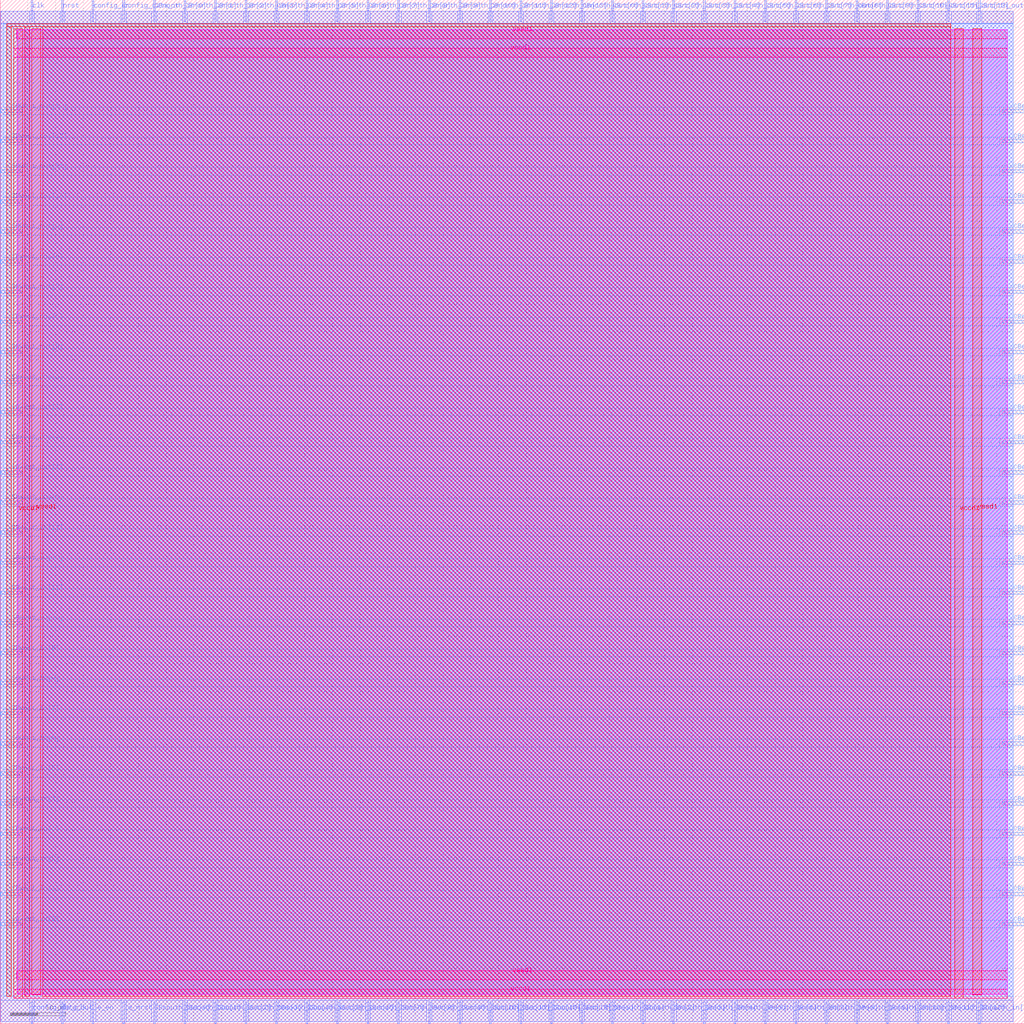
<source format=lef>
VERSION 5.7 ;
  NOWIREEXTENSIONATPIN ON ;
  DIVIDERCHAR "/" ;
  BUSBITCHARS "[]" ;
MACRO fpgacell
  CLASS BLOCK ;
  FOREIGN fpgacell ;
  ORIGIN 0.000 0.000 ;
  SIZE 185.000 BY 185.000 ;
  PIN CBeast_in[0]
    DIRECTION INPUT ;
    USE SIGNAL ;
    ANTENNAGATEAREA 0.593700 ;
    ANTENNADIFFAREA 0.434700 ;
    PORT
      LAYER met3 ;
        RECT 181.000 93.880 185.000 94.480 ;
    END
  END CBeast_in[0]
  PIN CBeast_in[10]
    DIRECTION INPUT ;
    USE SIGNAL ;
    ANTENNAGATEAREA 1.082400 ;
    ANTENNADIFFAREA 0.869400 ;
    PORT
      LAYER met3 ;
        RECT 181.000 148.280 185.000 148.880 ;
    END
  END CBeast_in[10]
  PIN CBeast_in[11]
    DIRECTION INPUT ;
    USE SIGNAL ;
    ANTENNAGATEAREA 0.647700 ;
    ANTENNADIFFAREA 0.434700 ;
    PORT
      LAYER met3 ;
        RECT 181.000 153.720 185.000 154.320 ;
    END
  END CBeast_in[11]
  PIN CBeast_in[12]
    DIRECTION INPUT ;
    USE SIGNAL ;
    ANTENNAGATEAREA 1.028400 ;
    ANTENNADIFFAREA 0.869400 ;
    PORT
      LAYER met3 ;
        RECT 181.000 159.160 185.000 159.760 ;
    END
  END CBeast_in[12]
  PIN CBeast_in[13]
    DIRECTION INPUT ;
    USE SIGNAL ;
    ANTENNAGATEAREA 0.593700 ;
    ANTENNADIFFAREA 0.434700 ;
    PORT
      LAYER met3 ;
        RECT 181.000 164.600 185.000 165.200 ;
    END
  END CBeast_in[13]
  PIN CBeast_in[1]
    DIRECTION INPUT ;
    USE SIGNAL ;
    ANTENNAGATEAREA 0.593700 ;
    ANTENNADIFFAREA 0.434700 ;
    PORT
      LAYER met3 ;
        RECT 181.000 99.320 185.000 99.920 ;
    END
  END CBeast_in[1]
  PIN CBeast_in[2]
    DIRECTION INPUT ;
    USE SIGNAL ;
    ANTENNAGATEAREA 0.593700 ;
    ANTENNADIFFAREA 0.434700 ;
    PORT
      LAYER met3 ;
        RECT 181.000 104.760 185.000 105.360 ;
    END
  END CBeast_in[2]
  PIN CBeast_in[3]
    DIRECTION INPUT ;
    USE SIGNAL ;
    ANTENNAGATEAREA 1.028400 ;
    ANTENNADIFFAREA 0.869400 ;
    PORT
      LAYER met3 ;
        RECT 181.000 110.200 185.000 110.800 ;
    END
  END CBeast_in[3]
  PIN CBeast_in[4]
    DIRECTION INPUT ;
    USE SIGNAL ;
    ANTENNAGATEAREA 0.593700 ;
    ANTENNADIFFAREA 0.434700 ;
    PORT
      LAYER met3 ;
        RECT 181.000 115.640 185.000 116.240 ;
    END
  END CBeast_in[4]
  PIN CBeast_in[5]
    DIRECTION INPUT ;
    USE SIGNAL ;
    ANTENNAGATEAREA 0.593700 ;
    ANTENNADIFFAREA 0.434700 ;
    PORT
      LAYER met3 ;
        RECT 181.000 121.080 185.000 121.680 ;
    END
  END CBeast_in[5]
  PIN CBeast_in[6]
    DIRECTION INPUT ;
    USE SIGNAL ;
    ANTENNAGATEAREA 0.593700 ;
    ANTENNADIFFAREA 0.434700 ;
    PORT
      LAYER met3 ;
        RECT 181.000 126.520 185.000 127.120 ;
    END
  END CBeast_in[6]
  PIN CBeast_in[7]
    DIRECTION INPUT ;
    USE SIGNAL ;
    ANTENNAGATEAREA 0.593700 ;
    ANTENNADIFFAREA 0.434700 ;
    PORT
      LAYER met3 ;
        RECT 181.000 131.960 185.000 132.560 ;
    END
  END CBeast_in[7]
  PIN CBeast_in[8]
    DIRECTION INPUT ;
    USE SIGNAL ;
    ANTENNAGATEAREA 0.593700 ;
    ANTENNADIFFAREA 0.434700 ;
    PORT
      LAYER met3 ;
        RECT 181.000 137.400 185.000 138.000 ;
    END
  END CBeast_in[8]
  PIN CBeast_in[9]
    DIRECTION INPUT ;
    USE SIGNAL ;
    ANTENNAGATEAREA 0.647700 ;
    ANTENNADIFFAREA 0.434700 ;
    PORT
      LAYER met3 ;
        RECT 181.000 142.840 185.000 143.440 ;
    END
  END CBeast_in[9]
  PIN CBeast_out[0]
    DIRECTION OUTPUT ;
    USE SIGNAL ;
    ANTENNADIFFAREA 0.445500 ;
    PORT
      LAYER met3 ;
        RECT 181.000 17.720 185.000 18.320 ;
    END
  END CBeast_out[0]
  PIN CBeast_out[10]
    DIRECTION OUTPUT ;
    USE SIGNAL ;
    ANTENNADIFFAREA 0.445500 ;
    PORT
      LAYER met3 ;
        RECT 181.000 72.120 185.000 72.720 ;
    END
  END CBeast_out[10]
  PIN CBeast_out[11]
    DIRECTION OUTPUT ;
    USE SIGNAL ;
    ANTENNADIFFAREA 0.445500 ;
    PORT
      LAYER met3 ;
        RECT 181.000 77.560 185.000 78.160 ;
    END
  END CBeast_out[11]
  PIN CBeast_out[12]
    DIRECTION OUTPUT ;
    USE SIGNAL ;
    ANTENNADIFFAREA 0.445500 ;
    PORT
      LAYER met3 ;
        RECT 181.000 83.000 185.000 83.600 ;
    END
  END CBeast_out[12]
  PIN CBeast_out[13]
    DIRECTION OUTPUT ;
    USE SIGNAL ;
    ANTENNADIFFAREA 0.445500 ;
    PORT
      LAYER met3 ;
        RECT 181.000 88.440 185.000 89.040 ;
    END
  END CBeast_out[13]
  PIN CBeast_out[1]
    DIRECTION OUTPUT ;
    USE SIGNAL ;
    ANTENNADIFFAREA 0.445500 ;
    PORT
      LAYER met3 ;
        RECT 181.000 23.160 185.000 23.760 ;
    END
  END CBeast_out[1]
  PIN CBeast_out[2]
    DIRECTION OUTPUT ;
    USE SIGNAL ;
    ANTENNADIFFAREA 0.445500 ;
    PORT
      LAYER met3 ;
        RECT 181.000 28.600 185.000 29.200 ;
    END
  END CBeast_out[2]
  PIN CBeast_out[3]
    DIRECTION OUTPUT ;
    USE SIGNAL ;
    ANTENNADIFFAREA 0.445500 ;
    PORT
      LAYER met3 ;
        RECT 181.000 34.040 185.000 34.640 ;
    END
  END CBeast_out[3]
  PIN CBeast_out[4]
    DIRECTION OUTPUT ;
    USE SIGNAL ;
    ANTENNADIFFAREA 0.445500 ;
    PORT
      LAYER met3 ;
        RECT 181.000 39.480 185.000 40.080 ;
    END
  END CBeast_out[4]
  PIN CBeast_out[5]
    DIRECTION OUTPUT ;
    USE SIGNAL ;
    ANTENNADIFFAREA 0.445500 ;
    PORT
      LAYER met3 ;
        RECT 181.000 44.920 185.000 45.520 ;
    END
  END CBeast_out[5]
  PIN CBeast_out[6]
    DIRECTION OUTPUT ;
    USE SIGNAL ;
    ANTENNADIFFAREA 0.445500 ;
    PORT
      LAYER met3 ;
        RECT 181.000 50.360 185.000 50.960 ;
    END
  END CBeast_out[6]
  PIN CBeast_out[7]
    DIRECTION OUTPUT ;
    USE SIGNAL ;
    ANTENNADIFFAREA 0.445500 ;
    PORT
      LAYER met3 ;
        RECT 181.000 55.800 185.000 56.400 ;
    END
  END CBeast_out[7]
  PIN CBeast_out[8]
    DIRECTION OUTPUT ;
    USE SIGNAL ;
    ANTENNADIFFAREA 0.445500 ;
    PORT
      LAYER met3 ;
        RECT 181.000 61.240 185.000 61.840 ;
    END
  END CBeast_out[8]
  PIN CBeast_out[9]
    DIRECTION OUTPUT ;
    USE SIGNAL ;
    ANTENNADIFFAREA 0.445500 ;
    PORT
      LAYER met3 ;
        RECT 181.000 66.680 185.000 67.280 ;
    END
  END CBeast_out[9]
  PIN CBnorth_in[0]
    DIRECTION INPUT ;
    USE SIGNAL ;
    ANTENNAGATEAREA 0.593700 ;
    ANTENNADIFFAREA 0.434700 ;
    PORT
      LAYER met2 ;
        RECT 27.690 181.000 27.970 185.000 ;
    END
  END CBnorth_in[0]
  PIN CBnorth_in[10]
    DIRECTION INPUT ;
    USE SIGNAL ;
    ANTENNAGATEAREA 0.593700 ;
    ANTENNADIFFAREA 0.434700 ;
    PORT
      LAYER met2 ;
        RECT 82.890 181.000 83.170 185.000 ;
    END
  END CBnorth_in[10]
  PIN CBnorth_in[11]
    DIRECTION INPUT ;
    USE SIGNAL ;
    ANTENNAGATEAREA 0.593700 ;
    ANTENNADIFFAREA 0.434700 ;
    PORT
      LAYER met2 ;
        RECT 88.410 181.000 88.690 185.000 ;
    END
  END CBnorth_in[11]
  PIN CBnorth_in[12]
    DIRECTION INPUT ;
    USE SIGNAL ;
    ANTENNAGATEAREA 1.028400 ;
    ANTENNADIFFAREA 0.869400 ;
    PORT
      LAYER met2 ;
        RECT 93.930 181.000 94.210 185.000 ;
    END
  END CBnorth_in[12]
  PIN CBnorth_in[13]
    DIRECTION INPUT ;
    USE SIGNAL ;
    ANTENNAGATEAREA 0.593700 ;
    ANTENNADIFFAREA 0.434700 ;
    PORT
      LAYER met2 ;
        RECT 99.450 181.000 99.730 185.000 ;
    END
  END CBnorth_in[13]
  PIN CBnorth_in[1]
    DIRECTION INPUT ;
    USE SIGNAL ;
    ANTENNAGATEAREA 0.593700 ;
    ANTENNADIFFAREA 0.434700 ;
    PORT
      LAYER met2 ;
        RECT 33.210 181.000 33.490 185.000 ;
    END
  END CBnorth_in[1]
  PIN CBnorth_in[2]
    DIRECTION INPUT ;
    USE SIGNAL ;
    ANTENNAGATEAREA 0.593700 ;
    ANTENNADIFFAREA 0.434700 ;
    PORT
      LAYER met2 ;
        RECT 38.730 181.000 39.010 185.000 ;
    END
  END CBnorth_in[2]
  PIN CBnorth_in[3]
    DIRECTION INPUT ;
    USE SIGNAL ;
    ANTENNAGATEAREA 0.593700 ;
    ANTENNADIFFAREA 0.434700 ;
    PORT
      LAYER met2 ;
        RECT 44.250 181.000 44.530 185.000 ;
    END
  END CBnorth_in[3]
  PIN CBnorth_in[4]
    DIRECTION INPUT ;
    USE SIGNAL ;
    ANTENNAGATEAREA 0.593700 ;
    ANTENNADIFFAREA 0.434700 ;
    PORT
      LAYER met2 ;
        RECT 49.770 181.000 50.050 185.000 ;
    END
  END CBnorth_in[4]
  PIN CBnorth_in[5]
    DIRECTION INPUT ;
    USE SIGNAL ;
    ANTENNAGATEAREA 0.593700 ;
    ANTENNADIFFAREA 0.434700 ;
    PORT
      LAYER met2 ;
        RECT 55.290 181.000 55.570 185.000 ;
    END
  END CBnorth_in[5]
  PIN CBnorth_in[6]
    DIRECTION INPUT ;
    USE SIGNAL ;
    ANTENNAGATEAREA 0.593700 ;
    ANTENNADIFFAREA 0.434700 ;
    PORT
      LAYER met2 ;
        RECT 60.810 181.000 61.090 185.000 ;
    END
  END CBnorth_in[6]
  PIN CBnorth_in[7]
    DIRECTION INPUT ;
    USE SIGNAL ;
    ANTENNAGATEAREA 0.593700 ;
    ANTENNADIFFAREA 0.434700 ;
    PORT
      LAYER met2 ;
        RECT 66.330 181.000 66.610 185.000 ;
    END
  END CBnorth_in[7]
  PIN CBnorth_in[8]
    DIRECTION INPUT ;
    USE SIGNAL ;
    ANTENNAGATEAREA 0.593700 ;
    ANTENNADIFFAREA 0.434700 ;
    PORT
      LAYER met2 ;
        RECT 71.850 181.000 72.130 185.000 ;
    END
  END CBnorth_in[8]
  PIN CBnorth_in[9]
    DIRECTION INPUT ;
    USE SIGNAL ;
    ANTENNAGATEAREA 0.593700 ;
    ANTENNADIFFAREA 0.434700 ;
    PORT
      LAYER met2 ;
        RECT 77.370 181.000 77.650 185.000 ;
    END
  END CBnorth_in[9]
  PIN CBnorth_out[0]
    DIRECTION OUTPUT ;
    USE SIGNAL ;
    ANTENNADIFFAREA 0.445500 ;
    PORT
      LAYER met2 ;
        RECT 104.970 181.000 105.250 185.000 ;
    END
  END CBnorth_out[0]
  PIN CBnorth_out[10]
    DIRECTION OUTPUT ;
    USE SIGNAL ;
    ANTENNADIFFAREA 0.445500 ;
    PORT
      LAYER met2 ;
        RECT 160.170 181.000 160.450 185.000 ;
    END
  END CBnorth_out[10]
  PIN CBnorth_out[11]
    DIRECTION OUTPUT ;
    USE SIGNAL ;
    ANTENNADIFFAREA 0.445500 ;
    PORT
      LAYER met2 ;
        RECT 165.690 181.000 165.970 185.000 ;
    END
  END CBnorth_out[11]
  PIN CBnorth_out[12]
    DIRECTION OUTPUT ;
    USE SIGNAL ;
    ANTENNADIFFAREA 0.445500 ;
    PORT
      LAYER met2 ;
        RECT 171.210 181.000 171.490 185.000 ;
    END
  END CBnorth_out[12]
  PIN CBnorth_out[13]
    DIRECTION OUTPUT ;
    USE SIGNAL ;
    ANTENNADIFFAREA 0.445500 ;
    PORT
      LAYER met2 ;
        RECT 176.730 181.000 177.010 185.000 ;
    END
  END CBnorth_out[13]
  PIN CBnorth_out[1]
    DIRECTION OUTPUT ;
    USE SIGNAL ;
    ANTENNADIFFAREA 0.445500 ;
    PORT
      LAYER met2 ;
        RECT 110.490 181.000 110.770 185.000 ;
    END
  END CBnorth_out[1]
  PIN CBnorth_out[2]
    DIRECTION OUTPUT ;
    USE SIGNAL ;
    ANTENNADIFFAREA 0.445500 ;
    PORT
      LAYER met2 ;
        RECT 116.010 181.000 116.290 185.000 ;
    END
  END CBnorth_out[2]
  PIN CBnorth_out[3]
    DIRECTION OUTPUT ;
    USE SIGNAL ;
    ANTENNADIFFAREA 0.445500 ;
    PORT
      LAYER met2 ;
        RECT 121.530 181.000 121.810 185.000 ;
    END
  END CBnorth_out[3]
  PIN CBnorth_out[4]
    DIRECTION OUTPUT ;
    USE SIGNAL ;
    ANTENNADIFFAREA 0.445500 ;
    PORT
      LAYER met2 ;
        RECT 127.050 181.000 127.330 185.000 ;
    END
  END CBnorth_out[4]
  PIN CBnorth_out[5]
    DIRECTION OUTPUT ;
    USE SIGNAL ;
    ANTENNADIFFAREA 0.445500 ;
    PORT
      LAYER met2 ;
        RECT 132.570 181.000 132.850 185.000 ;
    END
  END CBnorth_out[5]
  PIN CBnorth_out[6]
    DIRECTION OUTPUT ;
    USE SIGNAL ;
    ANTENNADIFFAREA 0.445500 ;
    PORT
      LAYER met2 ;
        RECT 138.090 181.000 138.370 185.000 ;
    END
  END CBnorth_out[6]
  PIN CBnorth_out[7]
    DIRECTION OUTPUT ;
    USE SIGNAL ;
    ANTENNADIFFAREA 0.445500 ;
    PORT
      LAYER met2 ;
        RECT 143.610 181.000 143.890 185.000 ;
    END
  END CBnorth_out[7]
  PIN CBnorth_out[8]
    DIRECTION OUTPUT ;
    USE SIGNAL ;
    ANTENNADIFFAREA 0.445500 ;
    PORT
      LAYER met2 ;
        RECT 149.130 181.000 149.410 185.000 ;
    END
  END CBnorth_out[8]
  PIN CBnorth_out[9]
    DIRECTION OUTPUT ;
    USE SIGNAL ;
    ANTENNADIFFAREA 0.445500 ;
    PORT
      LAYER met2 ;
        RECT 154.650 181.000 154.930 185.000 ;
    END
  END CBnorth_out[9]
  PIN SBsouth_in[0]
    DIRECTION INPUT ;
    USE SIGNAL ;
    ANTENNAGATEAREA 0.631200 ;
    ANTENNADIFFAREA 0.434700 ;
    PORT
      LAYER met2 ;
        RECT 104.970 0.000 105.250 4.000 ;
    END
  END SBsouth_in[0]
  PIN SBsouth_in[10]
    DIRECTION INPUT ;
    USE SIGNAL ;
    ANTENNAGATEAREA 0.631200 ;
    ANTENNADIFFAREA 0.434700 ;
    PORT
      LAYER met2 ;
        RECT 160.170 0.000 160.450 4.000 ;
    END
  END SBsouth_in[10]
  PIN SBsouth_in[11]
    DIRECTION INPUT ;
    USE SIGNAL ;
    ANTENNAGATEAREA 0.631200 ;
    ANTENNADIFFAREA 0.434700 ;
    PORT
      LAYER met2 ;
        RECT 165.690 0.000 165.970 4.000 ;
    END
  END SBsouth_in[11]
  PIN SBsouth_in[12]
    DIRECTION INPUT ;
    USE SIGNAL ;
    ANTENNAGATEAREA 0.631200 ;
    ANTENNADIFFAREA 0.434700 ;
    PORT
      LAYER met2 ;
        RECT 171.210 0.000 171.490 4.000 ;
    END
  END SBsouth_in[12]
  PIN SBsouth_in[13]
    DIRECTION INPUT ;
    USE SIGNAL ;
    ANTENNAGATEAREA 0.631200 ;
    ANTENNADIFFAREA 0.434700 ;
    PORT
      LAYER met2 ;
        RECT 176.730 0.000 177.010 4.000 ;
    END
  END SBsouth_in[13]
  PIN SBsouth_in[1]
    DIRECTION INPUT ;
    USE SIGNAL ;
    ANTENNAGATEAREA 0.631200 ;
    ANTENNADIFFAREA 0.434700 ;
    PORT
      LAYER met2 ;
        RECT 110.490 0.000 110.770 4.000 ;
    END
  END SBsouth_in[1]
  PIN SBsouth_in[2]
    DIRECTION INPUT ;
    USE SIGNAL ;
    ANTENNAGATEAREA 0.631200 ;
    ANTENNADIFFAREA 0.434700 ;
    PORT
      LAYER met2 ;
        RECT 116.010 0.000 116.290 4.000 ;
    END
  END SBsouth_in[2]
  PIN SBsouth_in[3]
    DIRECTION INPUT ;
    USE SIGNAL ;
    ANTENNAGATEAREA 0.631200 ;
    ANTENNADIFFAREA 0.434700 ;
    PORT
      LAYER met2 ;
        RECT 121.530 0.000 121.810 4.000 ;
    END
  END SBsouth_in[3]
  PIN SBsouth_in[4]
    DIRECTION INPUT ;
    USE SIGNAL ;
    ANTENNAGATEAREA 0.631200 ;
    ANTENNADIFFAREA 0.434700 ;
    PORT
      LAYER met2 ;
        RECT 127.050 0.000 127.330 4.000 ;
    END
  END SBsouth_in[4]
  PIN SBsouth_in[5]
    DIRECTION INPUT ;
    USE SIGNAL ;
    ANTENNAGATEAREA 0.631200 ;
    ANTENNADIFFAREA 0.434700 ;
    PORT
      LAYER met2 ;
        RECT 132.570 0.000 132.850 4.000 ;
    END
  END SBsouth_in[5]
  PIN SBsouth_in[6]
    DIRECTION INPUT ;
    USE SIGNAL ;
    ANTENNAGATEAREA 0.631200 ;
    ANTENNADIFFAREA 0.434700 ;
    PORT
      LAYER met2 ;
        RECT 138.090 0.000 138.370 4.000 ;
    END
  END SBsouth_in[6]
  PIN SBsouth_in[7]
    DIRECTION INPUT ;
    USE SIGNAL ;
    ANTENNAGATEAREA 0.631200 ;
    ANTENNADIFFAREA 0.434700 ;
    PORT
      LAYER met2 ;
        RECT 143.610 0.000 143.890 4.000 ;
    END
  END SBsouth_in[7]
  PIN SBsouth_in[8]
    DIRECTION INPUT ;
    USE SIGNAL ;
    ANTENNAGATEAREA 0.631200 ;
    ANTENNADIFFAREA 0.434700 ;
    PORT
      LAYER met2 ;
        RECT 149.130 0.000 149.410 4.000 ;
    END
  END SBsouth_in[8]
  PIN SBsouth_in[9]
    DIRECTION INPUT ;
    USE SIGNAL ;
    ANTENNAGATEAREA 0.631200 ;
    ANTENNADIFFAREA 0.434700 ;
    PORT
      LAYER met2 ;
        RECT 154.650 0.000 154.930 4.000 ;
    END
  END SBsouth_in[9]
  PIN SBsouth_out[0]
    DIRECTION OUTPUT ;
    USE SIGNAL ;
    ANTENNADIFFAREA 0.445500 ;
    PORT
      LAYER met2 ;
        RECT 27.690 0.000 27.970 4.000 ;
    END
  END SBsouth_out[0]
  PIN SBsouth_out[10]
    DIRECTION OUTPUT ;
    USE SIGNAL ;
    ANTENNADIFFAREA 0.445500 ;
    PORT
      LAYER met2 ;
        RECT 82.890 0.000 83.170 4.000 ;
    END
  END SBsouth_out[10]
  PIN SBsouth_out[11]
    DIRECTION OUTPUT ;
    USE SIGNAL ;
    ANTENNADIFFAREA 0.445500 ;
    PORT
      LAYER met2 ;
        RECT 88.410 0.000 88.690 4.000 ;
    END
  END SBsouth_out[11]
  PIN SBsouth_out[12]
    DIRECTION OUTPUT ;
    USE SIGNAL ;
    ANTENNADIFFAREA 0.445500 ;
    PORT
      LAYER met2 ;
        RECT 93.930 0.000 94.210 4.000 ;
    END
  END SBsouth_out[12]
  PIN SBsouth_out[13]
    DIRECTION OUTPUT ;
    USE SIGNAL ;
    ANTENNADIFFAREA 0.445500 ;
    PORT
      LAYER met2 ;
        RECT 99.450 0.000 99.730 4.000 ;
    END
  END SBsouth_out[13]
  PIN SBsouth_out[1]
    DIRECTION OUTPUT ;
    USE SIGNAL ;
    ANTENNADIFFAREA 0.445500 ;
    PORT
      LAYER met2 ;
        RECT 33.210 0.000 33.490 4.000 ;
    END
  END SBsouth_out[1]
  PIN SBsouth_out[2]
    DIRECTION OUTPUT ;
    USE SIGNAL ;
    ANTENNADIFFAREA 0.445500 ;
    PORT
      LAYER met2 ;
        RECT 38.730 0.000 39.010 4.000 ;
    END
  END SBsouth_out[2]
  PIN SBsouth_out[3]
    DIRECTION OUTPUT ;
    USE SIGNAL ;
    ANTENNADIFFAREA 0.445500 ;
    PORT
      LAYER met2 ;
        RECT 44.250 0.000 44.530 4.000 ;
    END
  END SBsouth_out[3]
  PIN SBsouth_out[4]
    DIRECTION OUTPUT ;
    USE SIGNAL ;
    ANTENNADIFFAREA 0.445500 ;
    PORT
      LAYER met2 ;
        RECT 49.770 0.000 50.050 4.000 ;
    END
  END SBsouth_out[4]
  PIN SBsouth_out[5]
    DIRECTION OUTPUT ;
    USE SIGNAL ;
    ANTENNADIFFAREA 0.445500 ;
    PORT
      LAYER met2 ;
        RECT 55.290 0.000 55.570 4.000 ;
    END
  END SBsouth_out[5]
  PIN SBsouth_out[6]
    DIRECTION OUTPUT ;
    USE SIGNAL ;
    ANTENNADIFFAREA 0.445500 ;
    PORT
      LAYER met2 ;
        RECT 60.810 0.000 61.090 4.000 ;
    END
  END SBsouth_out[6]
  PIN SBsouth_out[7]
    DIRECTION OUTPUT ;
    USE SIGNAL ;
    ANTENNADIFFAREA 0.445500 ;
    PORT
      LAYER met2 ;
        RECT 66.330 0.000 66.610 4.000 ;
    END
  END SBsouth_out[7]
  PIN SBsouth_out[8]
    DIRECTION OUTPUT ;
    USE SIGNAL ;
    ANTENNADIFFAREA 0.445500 ;
    PORT
      LAYER met2 ;
        RECT 71.850 0.000 72.130 4.000 ;
    END
  END SBsouth_out[8]
  PIN SBsouth_out[9]
    DIRECTION OUTPUT ;
    USE SIGNAL ;
    ANTENNADIFFAREA 0.445500 ;
    PORT
      LAYER met2 ;
        RECT 77.370 0.000 77.650 4.000 ;
    END
  END SBsouth_out[9]
  PIN SBwest_in[0]
    DIRECTION INPUT ;
    USE SIGNAL ;
    ANTENNAGATEAREA 0.631200 ;
    ANTENNADIFFAREA 0.434700 ;
    PORT
      LAYER met3 ;
        RECT 0.000 17.720 4.000 18.320 ;
    END
  END SBwest_in[0]
  PIN SBwest_in[10]
    DIRECTION INPUT ;
    USE SIGNAL ;
    ANTENNAGATEAREA 0.631200 ;
    ANTENNADIFFAREA 0.434700 ;
    PORT
      LAYER met3 ;
        RECT 0.000 72.120 4.000 72.720 ;
    END
  END SBwest_in[10]
  PIN SBwest_in[11]
    DIRECTION INPUT ;
    USE SIGNAL ;
    ANTENNAGATEAREA 0.631200 ;
    ANTENNADIFFAREA 0.434700 ;
    PORT
      LAYER met3 ;
        RECT 0.000 77.560 4.000 78.160 ;
    END
  END SBwest_in[11]
  PIN SBwest_in[12]
    DIRECTION INPUT ;
    USE SIGNAL ;
    ANTENNAGATEAREA 0.631200 ;
    ANTENNADIFFAREA 0.434700 ;
    PORT
      LAYER met3 ;
        RECT 0.000 83.000 4.000 83.600 ;
    END
  END SBwest_in[12]
  PIN SBwest_in[13]
    DIRECTION INPUT ;
    USE SIGNAL ;
    ANTENNAGATEAREA 0.560700 ;
    ANTENNADIFFAREA 0.434700 ;
    PORT
      LAYER met3 ;
        RECT 0.000 88.440 4.000 89.040 ;
    END
  END SBwest_in[13]
  PIN SBwest_in[1]
    DIRECTION INPUT ;
    USE SIGNAL ;
    ANTENNAGATEAREA 0.631200 ;
    ANTENNADIFFAREA 0.434700 ;
    PORT
      LAYER met3 ;
        RECT 0.000 23.160 4.000 23.760 ;
    END
  END SBwest_in[1]
  PIN SBwest_in[2]
    DIRECTION INPUT ;
    USE SIGNAL ;
    ANTENNAGATEAREA 0.631200 ;
    ANTENNADIFFAREA 0.434700 ;
    PORT
      LAYER met3 ;
        RECT 0.000 28.600 4.000 29.200 ;
    END
  END SBwest_in[2]
  PIN SBwest_in[3]
    DIRECTION INPUT ;
    USE SIGNAL ;
    ANTENNAGATEAREA 0.631200 ;
    ANTENNADIFFAREA 0.434700 ;
    PORT
      LAYER met3 ;
        RECT 0.000 34.040 4.000 34.640 ;
    END
  END SBwest_in[3]
  PIN SBwest_in[4]
    DIRECTION INPUT ;
    USE SIGNAL ;
    ANTENNAGATEAREA 0.631200 ;
    ANTENNADIFFAREA 0.434700 ;
    PORT
      LAYER met3 ;
        RECT 0.000 39.480 4.000 40.080 ;
    END
  END SBwest_in[4]
  PIN SBwest_in[5]
    DIRECTION INPUT ;
    USE SIGNAL ;
    ANTENNAGATEAREA 0.631200 ;
    ANTENNADIFFAREA 0.434700 ;
    PORT
      LAYER met3 ;
        RECT 0.000 44.920 4.000 45.520 ;
    END
  END SBwest_in[5]
  PIN SBwest_in[6]
    DIRECTION INPUT ;
    USE SIGNAL ;
    ANTENNAGATEAREA 0.631200 ;
    ANTENNADIFFAREA 0.434700 ;
    PORT
      LAYER met3 ;
        RECT 0.000 50.360 4.000 50.960 ;
    END
  END SBwest_in[6]
  PIN SBwest_in[7]
    DIRECTION INPUT ;
    USE SIGNAL ;
    ANTENNAGATEAREA 0.631200 ;
    ANTENNADIFFAREA 0.434700 ;
    PORT
      LAYER met3 ;
        RECT 0.000 55.800 4.000 56.400 ;
    END
  END SBwest_in[7]
  PIN SBwest_in[8]
    DIRECTION INPUT ;
    USE SIGNAL ;
    ANTENNAGATEAREA 0.631200 ;
    ANTENNADIFFAREA 0.434700 ;
    PORT
      LAYER met3 ;
        RECT 0.000 61.240 4.000 61.840 ;
    END
  END SBwest_in[8]
  PIN SBwest_in[9]
    DIRECTION INPUT ;
    USE SIGNAL ;
    ANTENNAGATEAREA 0.631200 ;
    ANTENNADIFFAREA 0.434700 ;
    PORT
      LAYER met3 ;
        RECT 0.000 66.680 4.000 67.280 ;
    END
  END SBwest_in[9]
  PIN SBwest_out[0]
    DIRECTION OUTPUT ;
    USE SIGNAL ;
    ANTENNADIFFAREA 0.445500 ;
    PORT
      LAYER met3 ;
        RECT 0.000 93.880 4.000 94.480 ;
    END
  END SBwest_out[0]
  PIN SBwest_out[10]
    DIRECTION OUTPUT ;
    USE SIGNAL ;
    ANTENNADIFFAREA 0.445500 ;
    PORT
      LAYER met3 ;
        RECT 0.000 148.280 4.000 148.880 ;
    END
  END SBwest_out[10]
  PIN SBwest_out[11]
    DIRECTION OUTPUT ;
    USE SIGNAL ;
    ANTENNADIFFAREA 0.445500 ;
    PORT
      LAYER met3 ;
        RECT 0.000 153.720 4.000 154.320 ;
    END
  END SBwest_out[11]
  PIN SBwest_out[12]
    DIRECTION OUTPUT ;
    USE SIGNAL ;
    ANTENNADIFFAREA 0.445500 ;
    PORT
      LAYER met3 ;
        RECT 0.000 159.160 4.000 159.760 ;
    END
  END SBwest_out[12]
  PIN SBwest_out[13]
    DIRECTION OUTPUT ;
    USE SIGNAL ;
    ANTENNADIFFAREA 0.445500 ;
    PORT
      LAYER met3 ;
        RECT 0.000 164.600 4.000 165.200 ;
    END
  END SBwest_out[13]
  PIN SBwest_out[1]
    DIRECTION OUTPUT ;
    USE SIGNAL ;
    ANTENNADIFFAREA 0.445500 ;
    PORT
      LAYER met3 ;
        RECT 0.000 99.320 4.000 99.920 ;
    END
  END SBwest_out[1]
  PIN SBwest_out[2]
    DIRECTION OUTPUT ;
    USE SIGNAL ;
    ANTENNADIFFAREA 0.445500 ;
    PORT
      LAYER met3 ;
        RECT 0.000 104.760 4.000 105.360 ;
    END
  END SBwest_out[2]
  PIN SBwest_out[3]
    DIRECTION OUTPUT ;
    USE SIGNAL ;
    ANTENNADIFFAREA 0.445500 ;
    PORT
      LAYER met3 ;
        RECT 0.000 110.200 4.000 110.800 ;
    END
  END SBwest_out[3]
  PIN SBwest_out[4]
    DIRECTION OUTPUT ;
    USE SIGNAL ;
    ANTENNADIFFAREA 0.445500 ;
    PORT
      LAYER met3 ;
        RECT 0.000 115.640 4.000 116.240 ;
    END
  END SBwest_out[4]
  PIN SBwest_out[5]
    DIRECTION OUTPUT ;
    USE SIGNAL ;
    ANTENNADIFFAREA 0.445500 ;
    PORT
      LAYER met3 ;
        RECT 0.000 121.080 4.000 121.680 ;
    END
  END SBwest_out[5]
  PIN SBwest_out[6]
    DIRECTION OUTPUT ;
    USE SIGNAL ;
    ANTENNADIFFAREA 0.445500 ;
    PORT
      LAYER met3 ;
        RECT 0.000 126.520 4.000 127.120 ;
    END
  END SBwest_out[6]
  PIN SBwest_out[7]
    DIRECTION OUTPUT ;
    USE SIGNAL ;
    ANTENNADIFFAREA 0.445500 ;
    PORT
      LAYER met3 ;
        RECT 0.000 131.960 4.000 132.560 ;
    END
  END SBwest_out[7]
  PIN SBwest_out[8]
    DIRECTION OUTPUT ;
    USE SIGNAL ;
    ANTENNADIFFAREA 0.445500 ;
    PORT
      LAYER met3 ;
        RECT 0.000 137.400 4.000 138.000 ;
    END
  END SBwest_out[8]
  PIN SBwest_out[9]
    DIRECTION OUTPUT ;
    USE SIGNAL ;
    ANTENNADIFFAREA 0.445500 ;
    PORT
      LAYER met3 ;
        RECT 0.000 142.840 4.000 143.440 ;
    END
  END SBwest_out[9]
  PIN clk
    DIRECTION INPUT ;
    USE SIGNAL ;
    ANTENNAGATEAREA 1.286700 ;
    ANTENNADIFFAREA 0.434700 ;
    PORT
      LAYER met2 ;
        RECT 5.610 181.000 5.890 185.000 ;
    END
  END clk
  PIN config_data_in
    DIRECTION INPUT ;
    USE SIGNAL ;
    ANTENNAGATEAREA 0.631200 ;
    ANTENNADIFFAREA 0.434700 ;
    PORT
      LAYER met2 ;
        RECT 22.170 181.000 22.450 185.000 ;
    END
  END config_data_in
  PIN config_data_out
    DIRECTION OUTPUT ;
    USE SIGNAL ;
    ANTENNADIFFAREA 0.445500 ;
    PORT
      LAYER met2 ;
        RECT 5.610 0.000 5.890 4.000 ;
    END
  END config_data_out
  PIN config_en
    DIRECTION INPUT ;
    USE SIGNAL ;
    ANTENNAGATEAREA 0.647700 ;
    ANTENNADIFFAREA 0.434700 ;
    PORT
      LAYER met2 ;
        RECT 16.650 181.000 16.930 185.000 ;
    END
  END config_en
  PIN le_clk
    DIRECTION INPUT ;
    USE SIGNAL ;
    ANTENNAGATEAREA 0.647700 ;
    ANTENNADIFFAREA 0.434700 ;
    PORT
      LAYER met2 ;
        RECT 11.130 0.000 11.410 4.000 ;
    END
  END le_clk
  PIN le_en
    DIRECTION INPUT ;
    USE SIGNAL ;
    ANTENNAGATEAREA 0.647700 ;
    ANTENNADIFFAREA 0.434700 ;
    PORT
      LAYER met2 ;
        RECT 16.650 0.000 16.930 4.000 ;
    END
  END le_en
  PIN le_nrst
    DIRECTION INPUT ;
    USE SIGNAL ;
    ANTENNAGATEAREA 0.593700 ;
    ANTENNADIFFAREA 0.434700 ;
    PORT
      LAYER met2 ;
        RECT 22.170 0.000 22.450 4.000 ;
    END
  END le_nrst
  PIN nrst
    DIRECTION INPUT ;
    USE SIGNAL ;
    ANTENNAGATEAREA 0.631200 ;
    ANTENNADIFFAREA 0.434700 ;
    PORT
      LAYER met2 ;
        RECT 11.130 181.000 11.410 185.000 ;
    END
  END nrst
  PIN vccd1
    DIRECTION INOUT ;
    USE POWER ;
    PORT
      LAYER met4 ;
        RECT 2.420 4.640 4.020 179.760 ;
    END
    PORT
      LAYER met4 ;
        RECT 172.420 4.640 174.020 179.760 ;
    END
    PORT
      LAYER met5 ;
        RECT 2.420 4.640 181.940 6.240 ;
    END
    PORT
      LAYER met5 ;
        RECT 2.420 174.640 181.940 176.240 ;
    END
  END vccd1
  PIN vssd1
    DIRECTION INOUT ;
    USE GROUND ;
    PORT
      LAYER met4 ;
        RECT 5.720 5.200 7.320 179.760 ;
    END
    PORT
      LAYER met4 ;
        RECT 175.720 5.200 177.320 179.760 ;
    END
    PORT
      LAYER met5 ;
        RECT 2.980 7.940 181.940 9.540 ;
    END
    PORT
      LAYER met5 ;
        RECT 2.980 177.940 181.940 179.540 ;
    END
  END vssd1
  OBS
      LAYER nwell ;
        RECT 3.030 5.355 181.890 179.605 ;
      LAYER li1 ;
        RECT 3.220 5.355 181.700 179.605 ;
      LAYER met1 ;
        RECT 0.070 0.380 183.010 182.880 ;
      LAYER met2 ;
        RECT 0.100 180.720 5.330 182.910 ;
        RECT 6.170 180.720 10.850 182.910 ;
        RECT 11.690 180.720 16.370 182.910 ;
        RECT 17.210 180.720 21.890 182.910 ;
        RECT 22.730 180.720 27.410 182.910 ;
        RECT 28.250 180.720 32.930 182.910 ;
        RECT 33.770 180.720 38.450 182.910 ;
        RECT 39.290 180.720 43.970 182.910 ;
        RECT 44.810 180.720 49.490 182.910 ;
        RECT 50.330 180.720 55.010 182.910 ;
        RECT 55.850 180.720 60.530 182.910 ;
        RECT 61.370 180.720 66.050 182.910 ;
        RECT 66.890 180.720 71.570 182.910 ;
        RECT 72.410 180.720 77.090 182.910 ;
        RECT 77.930 180.720 82.610 182.910 ;
        RECT 83.450 180.720 88.130 182.910 ;
        RECT 88.970 180.720 93.650 182.910 ;
        RECT 94.490 180.720 99.170 182.910 ;
        RECT 100.010 180.720 104.690 182.910 ;
        RECT 105.530 180.720 110.210 182.910 ;
        RECT 111.050 180.720 115.730 182.910 ;
        RECT 116.570 180.720 121.250 182.910 ;
        RECT 122.090 180.720 126.770 182.910 ;
        RECT 127.610 180.720 132.290 182.910 ;
        RECT 133.130 180.720 137.810 182.910 ;
        RECT 138.650 180.720 143.330 182.910 ;
        RECT 144.170 180.720 148.850 182.910 ;
        RECT 149.690 180.720 154.370 182.910 ;
        RECT 155.210 180.720 159.890 182.910 ;
        RECT 160.730 180.720 165.410 182.910 ;
        RECT 166.250 180.720 170.930 182.910 ;
        RECT 171.770 180.720 176.450 182.910 ;
        RECT 177.290 180.720 182.990 182.910 ;
        RECT 0.100 4.280 182.990 180.720 ;
        RECT 0.100 0.350 5.330 4.280 ;
        RECT 6.170 0.350 10.850 4.280 ;
        RECT 11.690 0.350 16.370 4.280 ;
        RECT 17.210 0.350 21.890 4.280 ;
        RECT 22.730 0.350 27.410 4.280 ;
        RECT 28.250 0.350 32.930 4.280 ;
        RECT 33.770 0.350 38.450 4.280 ;
        RECT 39.290 0.350 43.970 4.280 ;
        RECT 44.810 0.350 49.490 4.280 ;
        RECT 50.330 0.350 55.010 4.280 ;
        RECT 55.850 0.350 60.530 4.280 ;
        RECT 61.370 0.350 66.050 4.280 ;
        RECT 66.890 0.350 71.570 4.280 ;
        RECT 72.410 0.350 77.090 4.280 ;
        RECT 77.930 0.350 82.610 4.280 ;
        RECT 83.450 0.350 88.130 4.280 ;
        RECT 88.970 0.350 93.650 4.280 ;
        RECT 94.490 0.350 99.170 4.280 ;
        RECT 100.010 0.350 104.690 4.280 ;
        RECT 105.530 0.350 110.210 4.280 ;
        RECT 111.050 0.350 115.730 4.280 ;
        RECT 116.570 0.350 121.250 4.280 ;
        RECT 122.090 0.350 126.770 4.280 ;
        RECT 127.610 0.350 132.290 4.280 ;
        RECT 133.130 0.350 137.810 4.280 ;
        RECT 138.650 0.350 143.330 4.280 ;
        RECT 144.170 0.350 148.850 4.280 ;
        RECT 149.690 0.350 154.370 4.280 ;
        RECT 155.210 0.350 159.890 4.280 ;
        RECT 160.730 0.350 165.410 4.280 ;
        RECT 166.250 0.350 170.930 4.280 ;
        RECT 171.770 0.350 176.450 4.280 ;
        RECT 177.290 0.350 182.990 4.280 ;
      LAYER met3 ;
        RECT 0.525 165.600 183.015 180.705 ;
        RECT 4.400 164.200 180.600 165.600 ;
        RECT 0.525 160.160 183.015 164.200 ;
        RECT 4.400 158.760 180.600 160.160 ;
        RECT 0.525 154.720 183.015 158.760 ;
        RECT 4.400 153.320 180.600 154.720 ;
        RECT 0.525 149.280 183.015 153.320 ;
        RECT 4.400 147.880 180.600 149.280 ;
        RECT 0.525 143.840 183.015 147.880 ;
        RECT 4.400 142.440 180.600 143.840 ;
        RECT 0.525 138.400 183.015 142.440 ;
        RECT 4.400 137.000 180.600 138.400 ;
        RECT 0.525 132.960 183.015 137.000 ;
        RECT 4.400 131.560 180.600 132.960 ;
        RECT 0.525 127.520 183.015 131.560 ;
        RECT 4.400 126.120 180.600 127.520 ;
        RECT 0.525 122.080 183.015 126.120 ;
        RECT 4.400 120.680 180.600 122.080 ;
        RECT 0.525 116.640 183.015 120.680 ;
        RECT 4.400 115.240 180.600 116.640 ;
        RECT 0.525 111.200 183.015 115.240 ;
        RECT 4.400 109.800 180.600 111.200 ;
        RECT 0.525 105.760 183.015 109.800 ;
        RECT 4.400 104.360 180.600 105.760 ;
        RECT 0.525 100.320 183.015 104.360 ;
        RECT 4.400 98.920 180.600 100.320 ;
        RECT 0.525 94.880 183.015 98.920 ;
        RECT 4.400 93.480 180.600 94.880 ;
        RECT 0.525 89.440 183.015 93.480 ;
        RECT 4.400 88.040 180.600 89.440 ;
        RECT 0.525 84.000 183.015 88.040 ;
        RECT 4.400 82.600 180.600 84.000 ;
        RECT 0.525 78.560 183.015 82.600 ;
        RECT 4.400 77.160 180.600 78.560 ;
        RECT 0.525 73.120 183.015 77.160 ;
        RECT 4.400 71.720 180.600 73.120 ;
        RECT 0.525 67.680 183.015 71.720 ;
        RECT 4.400 66.280 180.600 67.680 ;
        RECT 0.525 62.240 183.015 66.280 ;
        RECT 4.400 60.840 180.600 62.240 ;
        RECT 0.525 56.800 183.015 60.840 ;
        RECT 4.400 55.400 180.600 56.800 ;
        RECT 0.525 51.360 183.015 55.400 ;
        RECT 4.400 49.960 180.600 51.360 ;
        RECT 0.525 45.920 183.015 49.960 ;
        RECT 4.400 44.520 180.600 45.920 ;
        RECT 0.525 40.480 183.015 44.520 ;
        RECT 4.400 39.080 180.600 40.480 ;
        RECT 0.525 35.040 183.015 39.080 ;
        RECT 4.400 33.640 180.600 35.040 ;
        RECT 0.525 29.600 183.015 33.640 ;
        RECT 4.400 28.200 180.600 29.600 ;
        RECT 0.525 24.160 183.015 28.200 ;
        RECT 4.400 22.760 180.600 24.160 ;
        RECT 0.525 18.720 183.015 22.760 ;
        RECT 4.400 17.320 180.600 18.720 ;
        RECT 0.525 4.935 183.015 17.320 ;
      LAYER met4 ;
        RECT 1.215 180.160 171.745 180.705 ;
        RECT 1.215 4.935 2.020 180.160 ;
        RECT 4.420 4.935 5.320 180.160 ;
        RECT 7.720 4.935 171.745 180.160 ;
  END
END fpgacell
END LIBRARY


</source>
